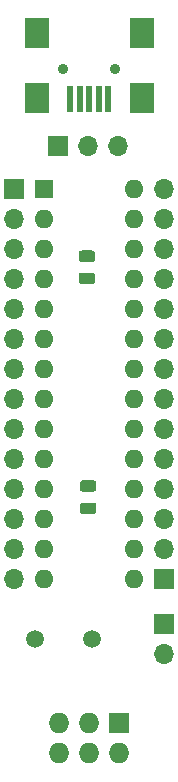
<source format=gts>
G04 #@! TF.GenerationSoftware,KiCad,Pcbnew,5.1.6-1.fc31*
G04 #@! TF.CreationDate,2020-07-21T16:24:12+03:00*
G04 #@! TF.ProjectId,rudy,72756479-2e6b-4696-9361-645f70636258,rev?*
G04 #@! TF.SameCoordinates,Original*
G04 #@! TF.FileFunction,Soldermask,Top*
G04 #@! TF.FilePolarity,Negative*
%FSLAX46Y46*%
G04 Gerber Fmt 4.6, Leading zero omitted, Abs format (unit mm)*
G04 Created by KiCad (PCBNEW 5.1.6-1.fc31) date 2020-07-21 16:24:12*
%MOMM*%
%LPD*%
G01*
G04 APERTURE LIST*
%ADD10R,0.500000X2.300000*%
%ADD11R,2.000000X2.500000*%
%ADD12C,0.900000*%
%ADD13R,1.700000X1.700000*%
%ADD14O,1.700000X1.700000*%
%ADD15R,1.727200X1.727200*%
%ADD16O,1.727200X1.727200*%
%ADD17C,1.500000*%
%ADD18R,1.600000X1.600000*%
%ADD19O,1.600000X1.600000*%
G04 APERTURE END LIST*
D10*
X77800000Y-63506000D03*
X77000000Y-63506000D03*
X76200000Y-63506000D03*
X75400000Y-63506000D03*
X74600000Y-63506000D03*
D11*
X80650000Y-63406000D03*
X80650000Y-57906000D03*
X71750000Y-63406000D03*
X71750000Y-57906000D03*
D12*
X78400000Y-60906000D03*
X74000000Y-60906000D03*
D13*
X73533000Y-67437000D03*
D14*
X76073000Y-67437000D03*
X78613000Y-67437000D03*
D13*
X69850000Y-71120000D03*
D14*
X69850000Y-73660000D03*
X69850000Y-76200000D03*
X69850000Y-78740000D03*
X69850000Y-81280000D03*
X69850000Y-83820000D03*
X69850000Y-86360000D03*
X69850000Y-88900000D03*
X69850000Y-91440000D03*
X69850000Y-93980000D03*
X69850000Y-96520000D03*
X69850000Y-99060000D03*
X69850000Y-101600000D03*
X69850000Y-104140000D03*
D13*
X82550000Y-104140000D03*
D14*
X82550000Y-101600000D03*
X82550000Y-99060000D03*
X82550000Y-96520000D03*
X82550000Y-93980000D03*
X82550000Y-91440000D03*
X82550000Y-88900000D03*
X82550000Y-86360000D03*
X82550000Y-83820000D03*
X82550000Y-81280000D03*
X82550000Y-78740000D03*
X82550000Y-76200000D03*
X82550000Y-73660000D03*
X82550000Y-71120000D03*
D13*
X82550000Y-107950000D03*
D14*
X82550000Y-110490000D03*
D15*
X78740000Y-116332000D03*
D16*
X78740000Y-118872000D03*
X76200000Y-116332000D03*
X76200000Y-118872000D03*
X73660000Y-116332000D03*
X73660000Y-118872000D03*
D17*
X76454000Y-109220000D03*
X71574000Y-109220000D03*
D18*
X72390000Y-71120000D03*
D19*
X80010000Y-104140000D03*
X72390000Y-73660000D03*
X80010000Y-101600000D03*
X72390000Y-76200000D03*
X80010000Y-99060000D03*
X72390000Y-78740000D03*
X80010000Y-96520000D03*
X72390000Y-81280000D03*
X80010000Y-93980000D03*
X72390000Y-83820000D03*
X80010000Y-91440000D03*
X72390000Y-86360000D03*
X80010000Y-88900000D03*
X72390000Y-88900000D03*
X80010000Y-86360000D03*
X72390000Y-91440000D03*
X80010000Y-83820000D03*
X72390000Y-93980000D03*
X80010000Y-81280000D03*
X72390000Y-96520000D03*
X80010000Y-78740000D03*
X72390000Y-99060000D03*
X80010000Y-76200000D03*
X72390000Y-101600000D03*
X80010000Y-73660000D03*
X72390000Y-104140000D03*
X80010000Y-71120000D03*
G36*
G01*
X75543750Y-76312500D02*
X76456250Y-76312500D01*
G75*
G02*
X76700000Y-76556250I0J-243750D01*
G01*
X76700000Y-77043750D01*
G75*
G02*
X76456250Y-77287500I-243750J0D01*
G01*
X75543750Y-77287500D01*
G75*
G02*
X75300000Y-77043750I0J243750D01*
G01*
X75300000Y-76556250D01*
G75*
G02*
X75543750Y-76312500I243750J0D01*
G01*
G37*
G36*
G01*
X75543750Y-78187500D02*
X76456250Y-78187500D01*
G75*
G02*
X76700000Y-78431250I0J-243750D01*
G01*
X76700000Y-78918750D01*
G75*
G02*
X76456250Y-79162500I-243750J0D01*
G01*
X75543750Y-79162500D01*
G75*
G02*
X75300000Y-78918750I0J243750D01*
G01*
X75300000Y-78431250D01*
G75*
G02*
X75543750Y-78187500I243750J0D01*
G01*
G37*
G36*
G01*
X75643750Y-97650000D02*
X76556250Y-97650000D01*
G75*
G02*
X76800000Y-97893750I0J-243750D01*
G01*
X76800000Y-98381250D01*
G75*
G02*
X76556250Y-98625000I-243750J0D01*
G01*
X75643750Y-98625000D01*
G75*
G02*
X75400000Y-98381250I0J243750D01*
G01*
X75400000Y-97893750D01*
G75*
G02*
X75643750Y-97650000I243750J0D01*
G01*
G37*
G36*
G01*
X75643750Y-95775000D02*
X76556250Y-95775000D01*
G75*
G02*
X76800000Y-96018750I0J-243750D01*
G01*
X76800000Y-96506250D01*
G75*
G02*
X76556250Y-96750000I-243750J0D01*
G01*
X75643750Y-96750000D01*
G75*
G02*
X75400000Y-96506250I0J243750D01*
G01*
X75400000Y-96018750D01*
G75*
G02*
X75643750Y-95775000I243750J0D01*
G01*
G37*
M02*

</source>
